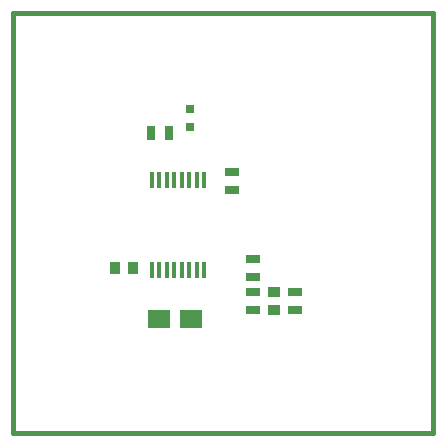
<source format=gbr>
G04 #@! TF.FileFunction,Paste,Bot*
%FSLAX46Y46*%
G04 Gerber Fmt 4.6, Leading zero omitted, Abs format (unit mm)*
G04 Created by KiCad (PCBNEW (2015-11-02 BZR 6290)-product) date Mon 07 Dec 2015 12:03:44 PM CET*
%MOMM*%
G01*
G04 APERTURE LIST*
%ADD10C,0.150000*%
%ADD11C,0.381000*%
%ADD12R,1.950720X1.501140*%
%ADD13R,0.899160X1.000760*%
%ADD14R,1.000760X0.899160*%
%ADD15R,0.797560X0.797560*%
%ADD16R,1.143000X0.635000*%
%ADD17R,0.635000X1.143000*%
%ADD18R,0.375920X1.435100*%
G04 APERTURE END LIST*
D10*
D11*
X31750000Y-66548000D02*
X31750000Y-30988000D01*
X67310000Y-30988000D02*
X31750000Y-30988000D01*
X67310000Y-66548000D02*
X67310000Y-30988000D01*
X31750000Y-66548000D02*
X67310000Y-66548000D01*
D12*
X44091860Y-56896000D03*
X46840140Y-56896000D03*
D13*
X41899840Y-52578000D03*
X40396160Y-52578000D03*
D14*
X53848000Y-54620160D03*
X53848000Y-56123840D03*
D15*
X46736000Y-39128700D03*
X46736000Y-40627300D03*
D16*
X52070000Y-51816000D03*
X52070000Y-53340000D03*
X52070000Y-54610000D03*
X52070000Y-56134000D03*
X55623460Y-54610000D03*
X55623460Y-56134000D03*
X50292000Y-45974000D03*
X50292000Y-44450000D03*
D17*
X44958000Y-41148000D03*
X43434000Y-41148000D03*
D18*
X43497500Y-45085000D03*
X44132500Y-45085000D03*
X44767500Y-45085000D03*
X45402500Y-45085000D03*
X46037500Y-45085000D03*
X46672500Y-45085000D03*
X47307500Y-45085000D03*
X47307500Y-52705000D03*
X46672500Y-52705000D03*
X46037500Y-52705000D03*
X45402500Y-52705000D03*
X44767500Y-52705000D03*
X44132500Y-52705000D03*
X43497500Y-52705000D03*
X47942500Y-45085000D03*
X47942500Y-52705000D03*
M02*

</source>
